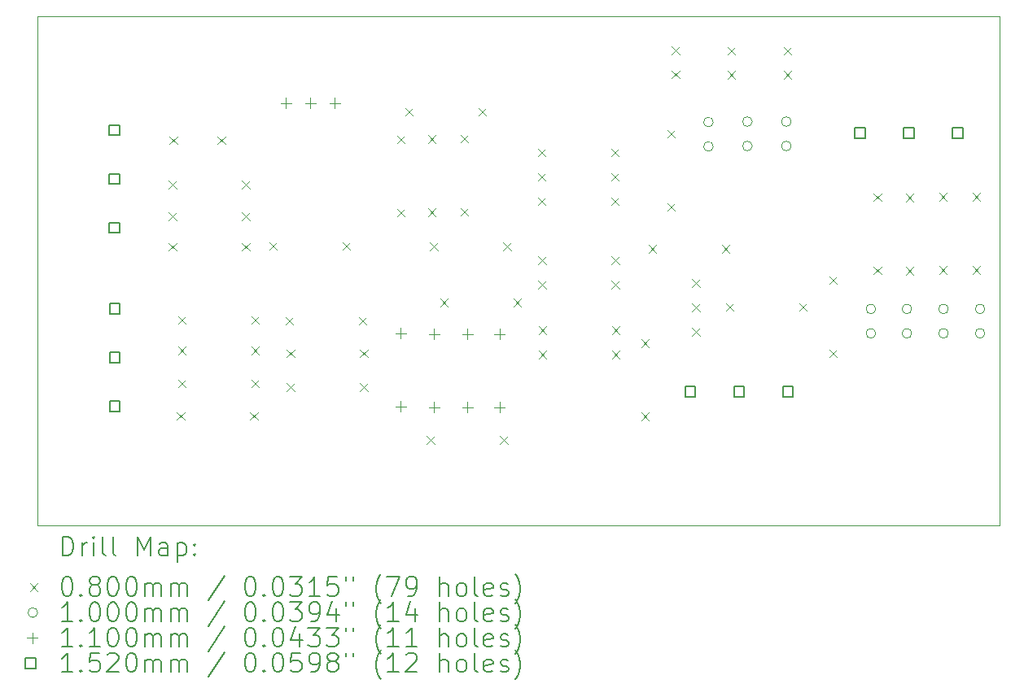
<source format=gbr>
%TF.GenerationSoftware,KiCad,Pcbnew,7.0.11+dfsg-1build4*%
%TF.CreationDate,2025-01-28T18:24:16-06:00*%
%TF.ProjectId,TriacControl,54726961-6343-46f6-9e74-726f6c2e6b69,rev?*%
%TF.SameCoordinates,Original*%
%TF.FileFunction,Drillmap*%
%TF.FilePolarity,Positive*%
%FSLAX45Y45*%
G04 Gerber Fmt 4.5, Leading zero omitted, Abs format (unit mm)*
G04 Created by KiCad (PCBNEW 7.0.11+dfsg-1build4) date 2025-01-28 18:24:16*
%MOMM*%
%LPD*%
G01*
G04 APERTURE LIST*
%ADD10C,0.050000*%
%ADD11C,0.200000*%
%ADD12C,0.100000*%
%ADD13C,0.110000*%
%ADD14C,0.152000*%
G04 APERTURE END LIST*
D10*
X15000000Y-10300000D02*
X5000000Y-10300000D01*
X15000000Y-5000000D02*
X15000000Y-10300000D01*
X5000000Y-5000000D02*
X15000000Y-5000000D01*
X5000000Y-10300000D02*
X5000000Y-5000000D01*
D11*
D12*
X6360000Y-6710000D02*
X6440000Y-6790000D01*
X6440000Y-6710000D02*
X6360000Y-6790000D01*
X6360000Y-7040000D02*
X6440000Y-7120000D01*
X6440000Y-7040000D02*
X6360000Y-7120000D01*
X6360000Y-7360000D02*
X6440000Y-7440000D01*
X6440000Y-7360000D02*
X6360000Y-7440000D01*
X6370000Y-6250000D02*
X6450000Y-6330000D01*
X6450000Y-6250000D02*
X6370000Y-6330000D01*
X6448000Y-9120000D02*
X6528000Y-9200000D01*
X6528000Y-9120000D02*
X6448000Y-9200000D01*
X6458000Y-8120000D02*
X6538000Y-8200000D01*
X6538000Y-8120000D02*
X6458000Y-8200000D01*
X6458000Y-8440000D02*
X6538000Y-8520000D01*
X6538000Y-8440000D02*
X6458000Y-8520000D01*
X6458000Y-8780000D02*
X6538000Y-8860000D01*
X6538000Y-8780000D02*
X6458000Y-8860000D01*
X6870000Y-6250000D02*
X6950000Y-6330000D01*
X6950000Y-6250000D02*
X6870000Y-6330000D01*
X7122000Y-6710000D02*
X7202000Y-6790000D01*
X7202000Y-6710000D02*
X7122000Y-6790000D01*
X7122000Y-7040000D02*
X7202000Y-7120000D01*
X7202000Y-7040000D02*
X7122000Y-7120000D01*
X7122000Y-7360000D02*
X7202000Y-7440000D01*
X7202000Y-7360000D02*
X7122000Y-7440000D01*
X7210000Y-9120000D02*
X7290000Y-9200000D01*
X7290000Y-9120000D02*
X7210000Y-9200000D01*
X7220000Y-8120000D02*
X7300000Y-8200000D01*
X7300000Y-8120000D02*
X7220000Y-8200000D01*
X7220000Y-8440000D02*
X7300000Y-8520000D01*
X7300000Y-8440000D02*
X7220000Y-8520000D01*
X7220000Y-8780000D02*
X7300000Y-8860000D01*
X7300000Y-8780000D02*
X7220000Y-8860000D01*
X7408000Y-7350000D02*
X7488000Y-7430000D01*
X7488000Y-7350000D02*
X7408000Y-7430000D01*
X7578000Y-8130000D02*
X7658000Y-8210000D01*
X7658000Y-8130000D02*
X7578000Y-8210000D01*
X7588000Y-8470000D02*
X7668000Y-8550000D01*
X7668000Y-8470000D02*
X7588000Y-8550000D01*
X7589000Y-8820000D02*
X7669000Y-8900000D01*
X7669000Y-8820000D02*
X7589000Y-8900000D01*
X8170000Y-7350000D02*
X8250000Y-7430000D01*
X8250000Y-7350000D02*
X8170000Y-7430000D01*
X8340000Y-8130000D02*
X8420000Y-8210000D01*
X8420000Y-8130000D02*
X8340000Y-8210000D01*
X8350000Y-8470000D02*
X8430000Y-8550000D01*
X8430000Y-8470000D02*
X8350000Y-8550000D01*
X8351000Y-8820000D02*
X8431000Y-8900000D01*
X8431000Y-8820000D02*
X8351000Y-8900000D01*
X8736000Y-6241000D02*
X8816000Y-6321000D01*
X8816000Y-6241000D02*
X8736000Y-6321000D01*
X8736000Y-7003000D02*
X8816000Y-7083000D01*
X8816000Y-7003000D02*
X8736000Y-7083000D01*
X8823000Y-5955000D02*
X8903000Y-6035000D01*
X8903000Y-5955000D02*
X8823000Y-6035000D01*
X9045000Y-9368000D02*
X9125000Y-9448000D01*
X9125000Y-9368000D02*
X9045000Y-9448000D01*
X9057000Y-6238000D02*
X9137000Y-6318000D01*
X9137000Y-6238000D02*
X9057000Y-6318000D01*
X9057000Y-7000000D02*
X9137000Y-7080000D01*
X9137000Y-7000000D02*
X9057000Y-7080000D01*
X9080000Y-7355000D02*
X9160000Y-7435000D01*
X9160000Y-7355000D02*
X9080000Y-7435000D01*
X9185000Y-7940000D02*
X9265000Y-8020000D01*
X9265000Y-7940000D02*
X9185000Y-8020000D01*
X9395000Y-6232000D02*
X9475000Y-6312000D01*
X9475000Y-6232000D02*
X9395000Y-6312000D01*
X9395000Y-6994000D02*
X9475000Y-7074000D01*
X9475000Y-6994000D02*
X9395000Y-7074000D01*
X9585000Y-5955000D02*
X9665000Y-6035000D01*
X9665000Y-5955000D02*
X9585000Y-6035000D01*
X9807000Y-9368000D02*
X9887000Y-9448000D01*
X9887000Y-9368000D02*
X9807000Y-9448000D01*
X9842000Y-7355000D02*
X9922000Y-7435000D01*
X9922000Y-7355000D02*
X9842000Y-7435000D01*
X9947000Y-7940000D02*
X10027000Y-8020000D01*
X10027000Y-7940000D02*
X9947000Y-8020000D01*
X10203000Y-6377000D02*
X10283000Y-6457000D01*
X10283000Y-6377000D02*
X10203000Y-6457000D01*
X10203000Y-6631000D02*
X10283000Y-6711000D01*
X10283000Y-6631000D02*
X10203000Y-6711000D01*
X10203000Y-6885000D02*
X10283000Y-6965000D01*
X10283000Y-6885000D02*
X10203000Y-6965000D01*
X10205000Y-7500000D02*
X10285000Y-7580000D01*
X10285000Y-7500000D02*
X10205000Y-7580000D01*
X10205000Y-7754000D02*
X10285000Y-7834000D01*
X10285000Y-7754000D02*
X10205000Y-7834000D01*
X10210000Y-8225000D02*
X10290000Y-8305000D01*
X10290000Y-8225000D02*
X10210000Y-8305000D01*
X10210000Y-8479000D02*
X10290000Y-8559000D01*
X10290000Y-8479000D02*
X10210000Y-8559000D01*
X10965000Y-6377000D02*
X11045000Y-6457000D01*
X11045000Y-6377000D02*
X10965000Y-6457000D01*
X10965000Y-6631000D02*
X11045000Y-6711000D01*
X11045000Y-6631000D02*
X10965000Y-6711000D01*
X10965000Y-6885000D02*
X11045000Y-6965000D01*
X11045000Y-6885000D02*
X10965000Y-6965000D01*
X10967000Y-7500000D02*
X11047000Y-7580000D01*
X11047000Y-7500000D02*
X10967000Y-7580000D01*
X10967000Y-7754000D02*
X11047000Y-7834000D01*
X11047000Y-7754000D02*
X10967000Y-7834000D01*
X10972000Y-8225000D02*
X11052000Y-8305000D01*
X11052000Y-8225000D02*
X10972000Y-8305000D01*
X10972000Y-8479000D02*
X11052000Y-8559000D01*
X11052000Y-8479000D02*
X10972000Y-8559000D01*
X11275000Y-8363000D02*
X11355000Y-8443000D01*
X11355000Y-8363000D02*
X11275000Y-8443000D01*
X11275000Y-9125000D02*
X11355000Y-9205000D01*
X11355000Y-9125000D02*
X11275000Y-9205000D01*
X11353000Y-7380000D02*
X11433000Y-7460000D01*
X11433000Y-7380000D02*
X11353000Y-7460000D01*
X11545000Y-6180000D02*
X11625000Y-6260000D01*
X11625000Y-6180000D02*
X11545000Y-6260000D01*
X11545000Y-6942000D02*
X11625000Y-7022000D01*
X11625000Y-6942000D02*
X11545000Y-7022000D01*
X11595000Y-5315000D02*
X11675000Y-5395000D01*
X11675000Y-5315000D02*
X11595000Y-5395000D01*
X11595000Y-5565000D02*
X11675000Y-5645000D01*
X11675000Y-5565000D02*
X11595000Y-5645000D01*
X11805000Y-7737000D02*
X11885000Y-7817000D01*
X11885000Y-7737000D02*
X11805000Y-7817000D01*
X11805000Y-7991000D02*
X11885000Y-8071000D01*
X11885000Y-7991000D02*
X11805000Y-8071000D01*
X11805000Y-8245000D02*
X11885000Y-8325000D01*
X11885000Y-8245000D02*
X11805000Y-8325000D01*
X12115000Y-7380000D02*
X12195000Y-7460000D01*
X12195000Y-7380000D02*
X12115000Y-7460000D01*
X12158000Y-7985000D02*
X12238000Y-8065000D01*
X12238000Y-7985000D02*
X12158000Y-8065000D01*
X12175000Y-5320000D02*
X12255000Y-5400000D01*
X12255000Y-5320000D02*
X12175000Y-5400000D01*
X12175000Y-5570000D02*
X12255000Y-5650000D01*
X12255000Y-5570000D02*
X12175000Y-5650000D01*
X12760000Y-5320000D02*
X12840000Y-5400000D01*
X12840000Y-5320000D02*
X12760000Y-5400000D01*
X12760000Y-5570000D02*
X12840000Y-5650000D01*
X12840000Y-5570000D02*
X12760000Y-5650000D01*
X12920000Y-7985000D02*
X13000000Y-8065000D01*
X13000000Y-7985000D02*
X12920000Y-8065000D01*
X13230000Y-7705000D02*
X13310000Y-7785000D01*
X13310000Y-7705000D02*
X13230000Y-7785000D01*
X13230000Y-8467000D02*
X13310000Y-8547000D01*
X13310000Y-8467000D02*
X13230000Y-8547000D01*
X13695000Y-6843000D02*
X13775000Y-6923000D01*
X13775000Y-6843000D02*
X13695000Y-6923000D01*
X13695000Y-7605000D02*
X13775000Y-7685000D01*
X13775000Y-7605000D02*
X13695000Y-7685000D01*
X14030000Y-6845000D02*
X14110000Y-6925000D01*
X14110000Y-6845000D02*
X14030000Y-6925000D01*
X14030000Y-7607000D02*
X14110000Y-7687000D01*
X14110000Y-7607000D02*
X14030000Y-7687000D01*
X14375000Y-6840000D02*
X14455000Y-6920000D01*
X14455000Y-6840000D02*
X14375000Y-6920000D01*
X14375000Y-7602000D02*
X14455000Y-7682000D01*
X14455000Y-7602000D02*
X14375000Y-7682000D01*
X14720000Y-6840000D02*
X14800000Y-6920000D01*
X14800000Y-6840000D02*
X14720000Y-6920000D01*
X14720000Y-7602000D02*
X14800000Y-7682000D01*
X14800000Y-7602000D02*
X14720000Y-7682000D01*
X12025000Y-6100000D02*
G75*
G03*
X11925000Y-6100000I-50000J0D01*
G01*
X11925000Y-6100000D02*
G75*
G03*
X12025000Y-6100000I50000J0D01*
G01*
X12025000Y-6354000D02*
G75*
G03*
X11925000Y-6354000I-50000J0D01*
G01*
X11925000Y-6354000D02*
G75*
G03*
X12025000Y-6354000I50000J0D01*
G01*
X12430000Y-6095000D02*
G75*
G03*
X12330000Y-6095000I-50000J0D01*
G01*
X12330000Y-6095000D02*
G75*
G03*
X12430000Y-6095000I50000J0D01*
G01*
X12430000Y-6349000D02*
G75*
G03*
X12330000Y-6349000I-50000J0D01*
G01*
X12330000Y-6349000D02*
G75*
G03*
X12430000Y-6349000I50000J0D01*
G01*
X12835000Y-6095000D02*
G75*
G03*
X12735000Y-6095000I-50000J0D01*
G01*
X12735000Y-6095000D02*
G75*
G03*
X12835000Y-6095000I50000J0D01*
G01*
X12835000Y-6349000D02*
G75*
G03*
X12735000Y-6349000I-50000J0D01*
G01*
X12735000Y-6349000D02*
G75*
G03*
X12835000Y-6349000I50000J0D01*
G01*
X13715000Y-8045000D02*
G75*
G03*
X13615000Y-8045000I-50000J0D01*
G01*
X13615000Y-8045000D02*
G75*
G03*
X13715000Y-8045000I50000J0D01*
G01*
X13715000Y-8299000D02*
G75*
G03*
X13615000Y-8299000I-50000J0D01*
G01*
X13615000Y-8299000D02*
G75*
G03*
X13715000Y-8299000I50000J0D01*
G01*
X14090000Y-8045000D02*
G75*
G03*
X13990000Y-8045000I-50000J0D01*
G01*
X13990000Y-8045000D02*
G75*
G03*
X14090000Y-8045000I50000J0D01*
G01*
X14090000Y-8299000D02*
G75*
G03*
X13990000Y-8299000I-50000J0D01*
G01*
X13990000Y-8299000D02*
G75*
G03*
X14090000Y-8299000I50000J0D01*
G01*
X14470000Y-8045000D02*
G75*
G03*
X14370000Y-8045000I-50000J0D01*
G01*
X14370000Y-8045000D02*
G75*
G03*
X14470000Y-8045000I50000J0D01*
G01*
X14470000Y-8299000D02*
G75*
G03*
X14370000Y-8299000I-50000J0D01*
G01*
X14370000Y-8299000D02*
G75*
G03*
X14470000Y-8299000I50000J0D01*
G01*
X14850000Y-8045000D02*
G75*
G03*
X14750000Y-8045000I-50000J0D01*
G01*
X14750000Y-8045000D02*
G75*
G03*
X14850000Y-8045000I50000J0D01*
G01*
X14850000Y-8299000D02*
G75*
G03*
X14750000Y-8299000I-50000J0D01*
G01*
X14750000Y-8299000D02*
G75*
G03*
X14850000Y-8299000I50000J0D01*
G01*
D13*
X7580000Y-5846000D02*
X7580000Y-5956000D01*
X7525000Y-5901000D02*
X7635000Y-5901000D01*
X7834000Y-5846000D02*
X7834000Y-5956000D01*
X7779000Y-5901000D02*
X7889000Y-5901000D01*
X8088000Y-5846000D02*
X8088000Y-5956000D01*
X8033000Y-5901000D02*
X8143000Y-5901000D01*
X8775000Y-8243000D02*
X8775000Y-8353000D01*
X8720000Y-8298000D02*
X8830000Y-8298000D01*
X8775000Y-9005000D02*
X8775000Y-9115000D01*
X8720000Y-9060000D02*
X8830000Y-9060000D01*
X9120000Y-8250000D02*
X9120000Y-8360000D01*
X9065000Y-8305000D02*
X9175000Y-8305000D01*
X9120000Y-9012000D02*
X9120000Y-9122000D01*
X9065000Y-9067000D02*
X9175000Y-9067000D01*
X9470000Y-8250000D02*
X9470000Y-8360000D01*
X9415000Y-8305000D02*
X9525000Y-8305000D01*
X9470000Y-9012000D02*
X9470000Y-9122000D01*
X9415000Y-9067000D02*
X9525000Y-9067000D01*
X9805000Y-8253000D02*
X9805000Y-8363000D01*
X9750000Y-8308000D02*
X9860000Y-8308000D01*
X9805000Y-9015000D02*
X9805000Y-9125000D01*
X9750000Y-9070000D02*
X9860000Y-9070000D01*
D14*
X5848741Y-6238741D02*
X5848741Y-6131259D01*
X5741259Y-6131259D01*
X5741259Y-6238741D01*
X5848741Y-6238741D01*
X5848741Y-6746741D02*
X5848741Y-6639259D01*
X5741259Y-6639259D01*
X5741259Y-6746741D01*
X5848741Y-6746741D01*
X5848741Y-7254741D02*
X5848741Y-7147259D01*
X5741259Y-7147259D01*
X5741259Y-7254741D01*
X5848741Y-7254741D01*
X5853741Y-8093741D02*
X5853741Y-7986259D01*
X5746259Y-7986259D01*
X5746259Y-8093741D01*
X5853741Y-8093741D01*
X5853741Y-8601741D02*
X5853741Y-8494259D01*
X5746259Y-8494259D01*
X5746259Y-8601741D01*
X5853741Y-8601741D01*
X5853741Y-9109741D02*
X5853741Y-9002259D01*
X5746259Y-9002259D01*
X5746259Y-9109741D01*
X5853741Y-9109741D01*
X11838741Y-8958741D02*
X11838741Y-8851259D01*
X11731259Y-8851259D01*
X11731259Y-8958741D01*
X11838741Y-8958741D01*
X12346741Y-8958741D02*
X12346741Y-8851259D01*
X12239259Y-8851259D01*
X12239259Y-8958741D01*
X12346741Y-8958741D01*
X12854741Y-8958741D02*
X12854741Y-8851259D01*
X12747259Y-8851259D01*
X12747259Y-8958741D01*
X12854741Y-8958741D01*
X13602741Y-6268741D02*
X13602741Y-6161259D01*
X13495259Y-6161259D01*
X13495259Y-6268741D01*
X13602741Y-6268741D01*
X14110741Y-6268741D02*
X14110741Y-6161259D01*
X14003259Y-6161259D01*
X14003259Y-6268741D01*
X14110741Y-6268741D01*
X14618741Y-6268741D02*
X14618741Y-6161259D01*
X14511259Y-6161259D01*
X14511259Y-6268741D01*
X14618741Y-6268741D01*
D11*
X5258277Y-10613984D02*
X5258277Y-10413984D01*
X5258277Y-10413984D02*
X5305896Y-10413984D01*
X5305896Y-10413984D02*
X5334467Y-10423508D01*
X5334467Y-10423508D02*
X5353515Y-10442555D01*
X5353515Y-10442555D02*
X5363039Y-10461603D01*
X5363039Y-10461603D02*
X5372563Y-10499698D01*
X5372563Y-10499698D02*
X5372563Y-10528270D01*
X5372563Y-10528270D02*
X5363039Y-10566365D01*
X5363039Y-10566365D02*
X5353515Y-10585412D01*
X5353515Y-10585412D02*
X5334467Y-10604460D01*
X5334467Y-10604460D02*
X5305896Y-10613984D01*
X5305896Y-10613984D02*
X5258277Y-10613984D01*
X5458277Y-10613984D02*
X5458277Y-10480650D01*
X5458277Y-10518746D02*
X5467801Y-10499698D01*
X5467801Y-10499698D02*
X5477324Y-10490174D01*
X5477324Y-10490174D02*
X5496372Y-10480650D01*
X5496372Y-10480650D02*
X5515420Y-10480650D01*
X5582086Y-10613984D02*
X5582086Y-10480650D01*
X5582086Y-10413984D02*
X5572563Y-10423508D01*
X5572563Y-10423508D02*
X5582086Y-10433031D01*
X5582086Y-10433031D02*
X5591610Y-10423508D01*
X5591610Y-10423508D02*
X5582086Y-10413984D01*
X5582086Y-10413984D02*
X5582086Y-10433031D01*
X5705896Y-10613984D02*
X5686848Y-10604460D01*
X5686848Y-10604460D02*
X5677324Y-10585412D01*
X5677324Y-10585412D02*
X5677324Y-10413984D01*
X5810658Y-10613984D02*
X5791610Y-10604460D01*
X5791610Y-10604460D02*
X5782086Y-10585412D01*
X5782086Y-10585412D02*
X5782086Y-10413984D01*
X6039229Y-10613984D02*
X6039229Y-10413984D01*
X6039229Y-10413984D02*
X6105896Y-10556841D01*
X6105896Y-10556841D02*
X6172562Y-10413984D01*
X6172562Y-10413984D02*
X6172562Y-10613984D01*
X6353515Y-10613984D02*
X6353515Y-10509222D01*
X6353515Y-10509222D02*
X6343991Y-10490174D01*
X6343991Y-10490174D02*
X6324943Y-10480650D01*
X6324943Y-10480650D02*
X6286848Y-10480650D01*
X6286848Y-10480650D02*
X6267801Y-10490174D01*
X6353515Y-10604460D02*
X6334467Y-10613984D01*
X6334467Y-10613984D02*
X6286848Y-10613984D01*
X6286848Y-10613984D02*
X6267801Y-10604460D01*
X6267801Y-10604460D02*
X6258277Y-10585412D01*
X6258277Y-10585412D02*
X6258277Y-10566365D01*
X6258277Y-10566365D02*
X6267801Y-10547317D01*
X6267801Y-10547317D02*
X6286848Y-10537793D01*
X6286848Y-10537793D02*
X6334467Y-10537793D01*
X6334467Y-10537793D02*
X6353515Y-10528270D01*
X6448753Y-10480650D02*
X6448753Y-10680650D01*
X6448753Y-10490174D02*
X6467801Y-10480650D01*
X6467801Y-10480650D02*
X6505896Y-10480650D01*
X6505896Y-10480650D02*
X6524943Y-10490174D01*
X6524943Y-10490174D02*
X6534467Y-10499698D01*
X6534467Y-10499698D02*
X6543991Y-10518746D01*
X6543991Y-10518746D02*
X6543991Y-10575889D01*
X6543991Y-10575889D02*
X6534467Y-10594936D01*
X6534467Y-10594936D02*
X6524943Y-10604460D01*
X6524943Y-10604460D02*
X6505896Y-10613984D01*
X6505896Y-10613984D02*
X6467801Y-10613984D01*
X6467801Y-10613984D02*
X6448753Y-10604460D01*
X6629705Y-10594936D02*
X6639229Y-10604460D01*
X6639229Y-10604460D02*
X6629705Y-10613984D01*
X6629705Y-10613984D02*
X6620182Y-10604460D01*
X6620182Y-10604460D02*
X6629705Y-10594936D01*
X6629705Y-10594936D02*
X6629705Y-10613984D01*
X6629705Y-10490174D02*
X6639229Y-10499698D01*
X6639229Y-10499698D02*
X6629705Y-10509222D01*
X6629705Y-10509222D02*
X6620182Y-10499698D01*
X6620182Y-10499698D02*
X6629705Y-10490174D01*
X6629705Y-10490174D02*
X6629705Y-10509222D01*
D12*
X4917500Y-10902500D02*
X4997500Y-10982500D01*
X4997500Y-10902500D02*
X4917500Y-10982500D01*
D11*
X5296372Y-10833984D02*
X5315420Y-10833984D01*
X5315420Y-10833984D02*
X5334467Y-10843508D01*
X5334467Y-10843508D02*
X5343991Y-10853031D01*
X5343991Y-10853031D02*
X5353515Y-10872079D01*
X5353515Y-10872079D02*
X5363039Y-10910174D01*
X5363039Y-10910174D02*
X5363039Y-10957793D01*
X5363039Y-10957793D02*
X5353515Y-10995889D01*
X5353515Y-10995889D02*
X5343991Y-11014936D01*
X5343991Y-11014936D02*
X5334467Y-11024460D01*
X5334467Y-11024460D02*
X5315420Y-11033984D01*
X5315420Y-11033984D02*
X5296372Y-11033984D01*
X5296372Y-11033984D02*
X5277324Y-11024460D01*
X5277324Y-11024460D02*
X5267801Y-11014936D01*
X5267801Y-11014936D02*
X5258277Y-10995889D01*
X5258277Y-10995889D02*
X5248753Y-10957793D01*
X5248753Y-10957793D02*
X5248753Y-10910174D01*
X5248753Y-10910174D02*
X5258277Y-10872079D01*
X5258277Y-10872079D02*
X5267801Y-10853031D01*
X5267801Y-10853031D02*
X5277324Y-10843508D01*
X5277324Y-10843508D02*
X5296372Y-10833984D01*
X5448753Y-11014936D02*
X5458277Y-11024460D01*
X5458277Y-11024460D02*
X5448753Y-11033984D01*
X5448753Y-11033984D02*
X5439229Y-11024460D01*
X5439229Y-11024460D02*
X5448753Y-11014936D01*
X5448753Y-11014936D02*
X5448753Y-11033984D01*
X5572563Y-10919698D02*
X5553515Y-10910174D01*
X5553515Y-10910174D02*
X5543991Y-10900650D01*
X5543991Y-10900650D02*
X5534467Y-10881603D01*
X5534467Y-10881603D02*
X5534467Y-10872079D01*
X5534467Y-10872079D02*
X5543991Y-10853031D01*
X5543991Y-10853031D02*
X5553515Y-10843508D01*
X5553515Y-10843508D02*
X5572563Y-10833984D01*
X5572563Y-10833984D02*
X5610658Y-10833984D01*
X5610658Y-10833984D02*
X5629705Y-10843508D01*
X5629705Y-10843508D02*
X5639229Y-10853031D01*
X5639229Y-10853031D02*
X5648753Y-10872079D01*
X5648753Y-10872079D02*
X5648753Y-10881603D01*
X5648753Y-10881603D02*
X5639229Y-10900650D01*
X5639229Y-10900650D02*
X5629705Y-10910174D01*
X5629705Y-10910174D02*
X5610658Y-10919698D01*
X5610658Y-10919698D02*
X5572563Y-10919698D01*
X5572563Y-10919698D02*
X5553515Y-10929222D01*
X5553515Y-10929222D02*
X5543991Y-10938746D01*
X5543991Y-10938746D02*
X5534467Y-10957793D01*
X5534467Y-10957793D02*
X5534467Y-10995889D01*
X5534467Y-10995889D02*
X5543991Y-11014936D01*
X5543991Y-11014936D02*
X5553515Y-11024460D01*
X5553515Y-11024460D02*
X5572563Y-11033984D01*
X5572563Y-11033984D02*
X5610658Y-11033984D01*
X5610658Y-11033984D02*
X5629705Y-11024460D01*
X5629705Y-11024460D02*
X5639229Y-11014936D01*
X5639229Y-11014936D02*
X5648753Y-10995889D01*
X5648753Y-10995889D02*
X5648753Y-10957793D01*
X5648753Y-10957793D02*
X5639229Y-10938746D01*
X5639229Y-10938746D02*
X5629705Y-10929222D01*
X5629705Y-10929222D02*
X5610658Y-10919698D01*
X5772562Y-10833984D02*
X5791610Y-10833984D01*
X5791610Y-10833984D02*
X5810658Y-10843508D01*
X5810658Y-10843508D02*
X5820182Y-10853031D01*
X5820182Y-10853031D02*
X5829705Y-10872079D01*
X5829705Y-10872079D02*
X5839229Y-10910174D01*
X5839229Y-10910174D02*
X5839229Y-10957793D01*
X5839229Y-10957793D02*
X5829705Y-10995889D01*
X5829705Y-10995889D02*
X5820182Y-11014936D01*
X5820182Y-11014936D02*
X5810658Y-11024460D01*
X5810658Y-11024460D02*
X5791610Y-11033984D01*
X5791610Y-11033984D02*
X5772562Y-11033984D01*
X5772562Y-11033984D02*
X5753515Y-11024460D01*
X5753515Y-11024460D02*
X5743991Y-11014936D01*
X5743991Y-11014936D02*
X5734467Y-10995889D01*
X5734467Y-10995889D02*
X5724943Y-10957793D01*
X5724943Y-10957793D02*
X5724943Y-10910174D01*
X5724943Y-10910174D02*
X5734467Y-10872079D01*
X5734467Y-10872079D02*
X5743991Y-10853031D01*
X5743991Y-10853031D02*
X5753515Y-10843508D01*
X5753515Y-10843508D02*
X5772562Y-10833984D01*
X5963039Y-10833984D02*
X5982086Y-10833984D01*
X5982086Y-10833984D02*
X6001134Y-10843508D01*
X6001134Y-10843508D02*
X6010658Y-10853031D01*
X6010658Y-10853031D02*
X6020182Y-10872079D01*
X6020182Y-10872079D02*
X6029705Y-10910174D01*
X6029705Y-10910174D02*
X6029705Y-10957793D01*
X6029705Y-10957793D02*
X6020182Y-10995889D01*
X6020182Y-10995889D02*
X6010658Y-11014936D01*
X6010658Y-11014936D02*
X6001134Y-11024460D01*
X6001134Y-11024460D02*
X5982086Y-11033984D01*
X5982086Y-11033984D02*
X5963039Y-11033984D01*
X5963039Y-11033984D02*
X5943991Y-11024460D01*
X5943991Y-11024460D02*
X5934467Y-11014936D01*
X5934467Y-11014936D02*
X5924943Y-10995889D01*
X5924943Y-10995889D02*
X5915420Y-10957793D01*
X5915420Y-10957793D02*
X5915420Y-10910174D01*
X5915420Y-10910174D02*
X5924943Y-10872079D01*
X5924943Y-10872079D02*
X5934467Y-10853031D01*
X5934467Y-10853031D02*
X5943991Y-10843508D01*
X5943991Y-10843508D02*
X5963039Y-10833984D01*
X6115420Y-11033984D02*
X6115420Y-10900650D01*
X6115420Y-10919698D02*
X6124943Y-10910174D01*
X6124943Y-10910174D02*
X6143991Y-10900650D01*
X6143991Y-10900650D02*
X6172563Y-10900650D01*
X6172563Y-10900650D02*
X6191610Y-10910174D01*
X6191610Y-10910174D02*
X6201134Y-10929222D01*
X6201134Y-10929222D02*
X6201134Y-11033984D01*
X6201134Y-10929222D02*
X6210658Y-10910174D01*
X6210658Y-10910174D02*
X6229705Y-10900650D01*
X6229705Y-10900650D02*
X6258277Y-10900650D01*
X6258277Y-10900650D02*
X6277324Y-10910174D01*
X6277324Y-10910174D02*
X6286848Y-10929222D01*
X6286848Y-10929222D02*
X6286848Y-11033984D01*
X6382086Y-11033984D02*
X6382086Y-10900650D01*
X6382086Y-10919698D02*
X6391610Y-10910174D01*
X6391610Y-10910174D02*
X6410658Y-10900650D01*
X6410658Y-10900650D02*
X6439229Y-10900650D01*
X6439229Y-10900650D02*
X6458277Y-10910174D01*
X6458277Y-10910174D02*
X6467801Y-10929222D01*
X6467801Y-10929222D02*
X6467801Y-11033984D01*
X6467801Y-10929222D02*
X6477324Y-10910174D01*
X6477324Y-10910174D02*
X6496372Y-10900650D01*
X6496372Y-10900650D02*
X6524943Y-10900650D01*
X6524943Y-10900650D02*
X6543991Y-10910174D01*
X6543991Y-10910174D02*
X6553515Y-10929222D01*
X6553515Y-10929222D02*
X6553515Y-11033984D01*
X6943991Y-10824460D02*
X6772563Y-11081603D01*
X7201134Y-10833984D02*
X7220182Y-10833984D01*
X7220182Y-10833984D02*
X7239229Y-10843508D01*
X7239229Y-10843508D02*
X7248753Y-10853031D01*
X7248753Y-10853031D02*
X7258277Y-10872079D01*
X7258277Y-10872079D02*
X7267801Y-10910174D01*
X7267801Y-10910174D02*
X7267801Y-10957793D01*
X7267801Y-10957793D02*
X7258277Y-10995889D01*
X7258277Y-10995889D02*
X7248753Y-11014936D01*
X7248753Y-11014936D02*
X7239229Y-11024460D01*
X7239229Y-11024460D02*
X7220182Y-11033984D01*
X7220182Y-11033984D02*
X7201134Y-11033984D01*
X7201134Y-11033984D02*
X7182086Y-11024460D01*
X7182086Y-11024460D02*
X7172563Y-11014936D01*
X7172563Y-11014936D02*
X7163039Y-10995889D01*
X7163039Y-10995889D02*
X7153515Y-10957793D01*
X7153515Y-10957793D02*
X7153515Y-10910174D01*
X7153515Y-10910174D02*
X7163039Y-10872079D01*
X7163039Y-10872079D02*
X7172563Y-10853031D01*
X7172563Y-10853031D02*
X7182086Y-10843508D01*
X7182086Y-10843508D02*
X7201134Y-10833984D01*
X7353515Y-11014936D02*
X7363039Y-11024460D01*
X7363039Y-11024460D02*
X7353515Y-11033984D01*
X7353515Y-11033984D02*
X7343991Y-11024460D01*
X7343991Y-11024460D02*
X7353515Y-11014936D01*
X7353515Y-11014936D02*
X7353515Y-11033984D01*
X7486848Y-10833984D02*
X7505896Y-10833984D01*
X7505896Y-10833984D02*
X7524944Y-10843508D01*
X7524944Y-10843508D02*
X7534467Y-10853031D01*
X7534467Y-10853031D02*
X7543991Y-10872079D01*
X7543991Y-10872079D02*
X7553515Y-10910174D01*
X7553515Y-10910174D02*
X7553515Y-10957793D01*
X7553515Y-10957793D02*
X7543991Y-10995889D01*
X7543991Y-10995889D02*
X7534467Y-11014936D01*
X7534467Y-11014936D02*
X7524944Y-11024460D01*
X7524944Y-11024460D02*
X7505896Y-11033984D01*
X7505896Y-11033984D02*
X7486848Y-11033984D01*
X7486848Y-11033984D02*
X7467801Y-11024460D01*
X7467801Y-11024460D02*
X7458277Y-11014936D01*
X7458277Y-11014936D02*
X7448753Y-10995889D01*
X7448753Y-10995889D02*
X7439229Y-10957793D01*
X7439229Y-10957793D02*
X7439229Y-10910174D01*
X7439229Y-10910174D02*
X7448753Y-10872079D01*
X7448753Y-10872079D02*
X7458277Y-10853031D01*
X7458277Y-10853031D02*
X7467801Y-10843508D01*
X7467801Y-10843508D02*
X7486848Y-10833984D01*
X7620182Y-10833984D02*
X7743991Y-10833984D01*
X7743991Y-10833984D02*
X7677325Y-10910174D01*
X7677325Y-10910174D02*
X7705896Y-10910174D01*
X7705896Y-10910174D02*
X7724944Y-10919698D01*
X7724944Y-10919698D02*
X7734467Y-10929222D01*
X7734467Y-10929222D02*
X7743991Y-10948270D01*
X7743991Y-10948270D02*
X7743991Y-10995889D01*
X7743991Y-10995889D02*
X7734467Y-11014936D01*
X7734467Y-11014936D02*
X7724944Y-11024460D01*
X7724944Y-11024460D02*
X7705896Y-11033984D01*
X7705896Y-11033984D02*
X7648753Y-11033984D01*
X7648753Y-11033984D02*
X7629706Y-11024460D01*
X7629706Y-11024460D02*
X7620182Y-11014936D01*
X7934467Y-11033984D02*
X7820182Y-11033984D01*
X7877325Y-11033984D02*
X7877325Y-10833984D01*
X7877325Y-10833984D02*
X7858277Y-10862555D01*
X7858277Y-10862555D02*
X7839229Y-10881603D01*
X7839229Y-10881603D02*
X7820182Y-10891127D01*
X8115420Y-10833984D02*
X8020182Y-10833984D01*
X8020182Y-10833984D02*
X8010658Y-10929222D01*
X8010658Y-10929222D02*
X8020182Y-10919698D01*
X8020182Y-10919698D02*
X8039229Y-10910174D01*
X8039229Y-10910174D02*
X8086848Y-10910174D01*
X8086848Y-10910174D02*
X8105896Y-10919698D01*
X8105896Y-10919698D02*
X8115420Y-10929222D01*
X8115420Y-10929222D02*
X8124944Y-10948270D01*
X8124944Y-10948270D02*
X8124944Y-10995889D01*
X8124944Y-10995889D02*
X8115420Y-11014936D01*
X8115420Y-11014936D02*
X8105896Y-11024460D01*
X8105896Y-11024460D02*
X8086848Y-11033984D01*
X8086848Y-11033984D02*
X8039229Y-11033984D01*
X8039229Y-11033984D02*
X8020182Y-11024460D01*
X8020182Y-11024460D02*
X8010658Y-11014936D01*
X8201134Y-10833984D02*
X8201134Y-10872079D01*
X8277325Y-10833984D02*
X8277325Y-10872079D01*
X8572563Y-11110174D02*
X8563039Y-11100650D01*
X8563039Y-11100650D02*
X8543991Y-11072079D01*
X8543991Y-11072079D02*
X8534468Y-11053031D01*
X8534468Y-11053031D02*
X8524944Y-11024460D01*
X8524944Y-11024460D02*
X8515420Y-10976841D01*
X8515420Y-10976841D02*
X8515420Y-10938746D01*
X8515420Y-10938746D02*
X8524944Y-10891127D01*
X8524944Y-10891127D02*
X8534468Y-10862555D01*
X8534468Y-10862555D02*
X8543991Y-10843508D01*
X8543991Y-10843508D02*
X8563039Y-10814936D01*
X8563039Y-10814936D02*
X8572563Y-10805412D01*
X8629706Y-10833984D02*
X8763039Y-10833984D01*
X8763039Y-10833984D02*
X8677325Y-11033984D01*
X8848753Y-11033984D02*
X8886849Y-11033984D01*
X8886849Y-11033984D02*
X8905896Y-11024460D01*
X8905896Y-11024460D02*
X8915420Y-11014936D01*
X8915420Y-11014936D02*
X8934468Y-10986365D01*
X8934468Y-10986365D02*
X8943991Y-10948270D01*
X8943991Y-10948270D02*
X8943991Y-10872079D01*
X8943991Y-10872079D02*
X8934468Y-10853031D01*
X8934468Y-10853031D02*
X8924944Y-10843508D01*
X8924944Y-10843508D02*
X8905896Y-10833984D01*
X8905896Y-10833984D02*
X8867801Y-10833984D01*
X8867801Y-10833984D02*
X8848753Y-10843508D01*
X8848753Y-10843508D02*
X8839230Y-10853031D01*
X8839230Y-10853031D02*
X8829706Y-10872079D01*
X8829706Y-10872079D02*
X8829706Y-10919698D01*
X8829706Y-10919698D02*
X8839230Y-10938746D01*
X8839230Y-10938746D02*
X8848753Y-10948270D01*
X8848753Y-10948270D02*
X8867801Y-10957793D01*
X8867801Y-10957793D02*
X8905896Y-10957793D01*
X8905896Y-10957793D02*
X8924944Y-10948270D01*
X8924944Y-10948270D02*
X8934468Y-10938746D01*
X8934468Y-10938746D02*
X8943991Y-10919698D01*
X9182087Y-11033984D02*
X9182087Y-10833984D01*
X9267801Y-11033984D02*
X9267801Y-10929222D01*
X9267801Y-10929222D02*
X9258277Y-10910174D01*
X9258277Y-10910174D02*
X9239230Y-10900650D01*
X9239230Y-10900650D02*
X9210658Y-10900650D01*
X9210658Y-10900650D02*
X9191611Y-10910174D01*
X9191611Y-10910174D02*
X9182087Y-10919698D01*
X9391611Y-11033984D02*
X9372563Y-11024460D01*
X9372563Y-11024460D02*
X9363039Y-11014936D01*
X9363039Y-11014936D02*
X9353515Y-10995889D01*
X9353515Y-10995889D02*
X9353515Y-10938746D01*
X9353515Y-10938746D02*
X9363039Y-10919698D01*
X9363039Y-10919698D02*
X9372563Y-10910174D01*
X9372563Y-10910174D02*
X9391611Y-10900650D01*
X9391611Y-10900650D02*
X9420182Y-10900650D01*
X9420182Y-10900650D02*
X9439230Y-10910174D01*
X9439230Y-10910174D02*
X9448753Y-10919698D01*
X9448753Y-10919698D02*
X9458277Y-10938746D01*
X9458277Y-10938746D02*
X9458277Y-10995889D01*
X9458277Y-10995889D02*
X9448753Y-11014936D01*
X9448753Y-11014936D02*
X9439230Y-11024460D01*
X9439230Y-11024460D02*
X9420182Y-11033984D01*
X9420182Y-11033984D02*
X9391611Y-11033984D01*
X9572563Y-11033984D02*
X9553515Y-11024460D01*
X9553515Y-11024460D02*
X9543992Y-11005412D01*
X9543992Y-11005412D02*
X9543992Y-10833984D01*
X9724944Y-11024460D02*
X9705896Y-11033984D01*
X9705896Y-11033984D02*
X9667801Y-11033984D01*
X9667801Y-11033984D02*
X9648753Y-11024460D01*
X9648753Y-11024460D02*
X9639230Y-11005412D01*
X9639230Y-11005412D02*
X9639230Y-10929222D01*
X9639230Y-10929222D02*
X9648753Y-10910174D01*
X9648753Y-10910174D02*
X9667801Y-10900650D01*
X9667801Y-10900650D02*
X9705896Y-10900650D01*
X9705896Y-10900650D02*
X9724944Y-10910174D01*
X9724944Y-10910174D02*
X9734468Y-10929222D01*
X9734468Y-10929222D02*
X9734468Y-10948270D01*
X9734468Y-10948270D02*
X9639230Y-10967317D01*
X9810658Y-11024460D02*
X9829706Y-11033984D01*
X9829706Y-11033984D02*
X9867801Y-11033984D01*
X9867801Y-11033984D02*
X9886849Y-11024460D01*
X9886849Y-11024460D02*
X9896373Y-11005412D01*
X9896373Y-11005412D02*
X9896373Y-10995889D01*
X9896373Y-10995889D02*
X9886849Y-10976841D01*
X9886849Y-10976841D02*
X9867801Y-10967317D01*
X9867801Y-10967317D02*
X9839230Y-10967317D01*
X9839230Y-10967317D02*
X9820182Y-10957793D01*
X9820182Y-10957793D02*
X9810658Y-10938746D01*
X9810658Y-10938746D02*
X9810658Y-10929222D01*
X9810658Y-10929222D02*
X9820182Y-10910174D01*
X9820182Y-10910174D02*
X9839230Y-10900650D01*
X9839230Y-10900650D02*
X9867801Y-10900650D01*
X9867801Y-10900650D02*
X9886849Y-10910174D01*
X9963039Y-11110174D02*
X9972563Y-11100650D01*
X9972563Y-11100650D02*
X9991611Y-11072079D01*
X9991611Y-11072079D02*
X10001134Y-11053031D01*
X10001134Y-11053031D02*
X10010658Y-11024460D01*
X10010658Y-11024460D02*
X10020182Y-10976841D01*
X10020182Y-10976841D02*
X10020182Y-10938746D01*
X10020182Y-10938746D02*
X10010658Y-10891127D01*
X10010658Y-10891127D02*
X10001134Y-10862555D01*
X10001134Y-10862555D02*
X9991611Y-10843508D01*
X9991611Y-10843508D02*
X9972563Y-10814936D01*
X9972563Y-10814936D02*
X9963039Y-10805412D01*
D12*
X4997500Y-11206500D02*
G75*
G03*
X4897500Y-11206500I-50000J0D01*
G01*
X4897500Y-11206500D02*
G75*
G03*
X4997500Y-11206500I50000J0D01*
G01*
D11*
X5363039Y-11297984D02*
X5248753Y-11297984D01*
X5305896Y-11297984D02*
X5305896Y-11097984D01*
X5305896Y-11097984D02*
X5286848Y-11126555D01*
X5286848Y-11126555D02*
X5267801Y-11145603D01*
X5267801Y-11145603D02*
X5248753Y-11155127D01*
X5448753Y-11278936D02*
X5458277Y-11288460D01*
X5458277Y-11288460D02*
X5448753Y-11297984D01*
X5448753Y-11297984D02*
X5439229Y-11288460D01*
X5439229Y-11288460D02*
X5448753Y-11278936D01*
X5448753Y-11278936D02*
X5448753Y-11297984D01*
X5582086Y-11097984D02*
X5601134Y-11097984D01*
X5601134Y-11097984D02*
X5620182Y-11107508D01*
X5620182Y-11107508D02*
X5629705Y-11117031D01*
X5629705Y-11117031D02*
X5639229Y-11136079D01*
X5639229Y-11136079D02*
X5648753Y-11174174D01*
X5648753Y-11174174D02*
X5648753Y-11221793D01*
X5648753Y-11221793D02*
X5639229Y-11259888D01*
X5639229Y-11259888D02*
X5629705Y-11278936D01*
X5629705Y-11278936D02*
X5620182Y-11288460D01*
X5620182Y-11288460D02*
X5601134Y-11297984D01*
X5601134Y-11297984D02*
X5582086Y-11297984D01*
X5582086Y-11297984D02*
X5563039Y-11288460D01*
X5563039Y-11288460D02*
X5553515Y-11278936D01*
X5553515Y-11278936D02*
X5543991Y-11259888D01*
X5543991Y-11259888D02*
X5534467Y-11221793D01*
X5534467Y-11221793D02*
X5534467Y-11174174D01*
X5534467Y-11174174D02*
X5543991Y-11136079D01*
X5543991Y-11136079D02*
X5553515Y-11117031D01*
X5553515Y-11117031D02*
X5563039Y-11107508D01*
X5563039Y-11107508D02*
X5582086Y-11097984D01*
X5772562Y-11097984D02*
X5791610Y-11097984D01*
X5791610Y-11097984D02*
X5810658Y-11107508D01*
X5810658Y-11107508D02*
X5820182Y-11117031D01*
X5820182Y-11117031D02*
X5829705Y-11136079D01*
X5829705Y-11136079D02*
X5839229Y-11174174D01*
X5839229Y-11174174D02*
X5839229Y-11221793D01*
X5839229Y-11221793D02*
X5829705Y-11259888D01*
X5829705Y-11259888D02*
X5820182Y-11278936D01*
X5820182Y-11278936D02*
X5810658Y-11288460D01*
X5810658Y-11288460D02*
X5791610Y-11297984D01*
X5791610Y-11297984D02*
X5772562Y-11297984D01*
X5772562Y-11297984D02*
X5753515Y-11288460D01*
X5753515Y-11288460D02*
X5743991Y-11278936D01*
X5743991Y-11278936D02*
X5734467Y-11259888D01*
X5734467Y-11259888D02*
X5724943Y-11221793D01*
X5724943Y-11221793D02*
X5724943Y-11174174D01*
X5724943Y-11174174D02*
X5734467Y-11136079D01*
X5734467Y-11136079D02*
X5743991Y-11117031D01*
X5743991Y-11117031D02*
X5753515Y-11107508D01*
X5753515Y-11107508D02*
X5772562Y-11097984D01*
X5963039Y-11097984D02*
X5982086Y-11097984D01*
X5982086Y-11097984D02*
X6001134Y-11107508D01*
X6001134Y-11107508D02*
X6010658Y-11117031D01*
X6010658Y-11117031D02*
X6020182Y-11136079D01*
X6020182Y-11136079D02*
X6029705Y-11174174D01*
X6029705Y-11174174D02*
X6029705Y-11221793D01*
X6029705Y-11221793D02*
X6020182Y-11259888D01*
X6020182Y-11259888D02*
X6010658Y-11278936D01*
X6010658Y-11278936D02*
X6001134Y-11288460D01*
X6001134Y-11288460D02*
X5982086Y-11297984D01*
X5982086Y-11297984D02*
X5963039Y-11297984D01*
X5963039Y-11297984D02*
X5943991Y-11288460D01*
X5943991Y-11288460D02*
X5934467Y-11278936D01*
X5934467Y-11278936D02*
X5924943Y-11259888D01*
X5924943Y-11259888D02*
X5915420Y-11221793D01*
X5915420Y-11221793D02*
X5915420Y-11174174D01*
X5915420Y-11174174D02*
X5924943Y-11136079D01*
X5924943Y-11136079D02*
X5934467Y-11117031D01*
X5934467Y-11117031D02*
X5943991Y-11107508D01*
X5943991Y-11107508D02*
X5963039Y-11097984D01*
X6115420Y-11297984D02*
X6115420Y-11164650D01*
X6115420Y-11183698D02*
X6124943Y-11174174D01*
X6124943Y-11174174D02*
X6143991Y-11164650D01*
X6143991Y-11164650D02*
X6172563Y-11164650D01*
X6172563Y-11164650D02*
X6191610Y-11174174D01*
X6191610Y-11174174D02*
X6201134Y-11193222D01*
X6201134Y-11193222D02*
X6201134Y-11297984D01*
X6201134Y-11193222D02*
X6210658Y-11174174D01*
X6210658Y-11174174D02*
X6229705Y-11164650D01*
X6229705Y-11164650D02*
X6258277Y-11164650D01*
X6258277Y-11164650D02*
X6277324Y-11174174D01*
X6277324Y-11174174D02*
X6286848Y-11193222D01*
X6286848Y-11193222D02*
X6286848Y-11297984D01*
X6382086Y-11297984D02*
X6382086Y-11164650D01*
X6382086Y-11183698D02*
X6391610Y-11174174D01*
X6391610Y-11174174D02*
X6410658Y-11164650D01*
X6410658Y-11164650D02*
X6439229Y-11164650D01*
X6439229Y-11164650D02*
X6458277Y-11174174D01*
X6458277Y-11174174D02*
X6467801Y-11193222D01*
X6467801Y-11193222D02*
X6467801Y-11297984D01*
X6467801Y-11193222D02*
X6477324Y-11174174D01*
X6477324Y-11174174D02*
X6496372Y-11164650D01*
X6496372Y-11164650D02*
X6524943Y-11164650D01*
X6524943Y-11164650D02*
X6543991Y-11174174D01*
X6543991Y-11174174D02*
X6553515Y-11193222D01*
X6553515Y-11193222D02*
X6553515Y-11297984D01*
X6943991Y-11088460D02*
X6772563Y-11345603D01*
X7201134Y-11097984D02*
X7220182Y-11097984D01*
X7220182Y-11097984D02*
X7239229Y-11107508D01*
X7239229Y-11107508D02*
X7248753Y-11117031D01*
X7248753Y-11117031D02*
X7258277Y-11136079D01*
X7258277Y-11136079D02*
X7267801Y-11174174D01*
X7267801Y-11174174D02*
X7267801Y-11221793D01*
X7267801Y-11221793D02*
X7258277Y-11259888D01*
X7258277Y-11259888D02*
X7248753Y-11278936D01*
X7248753Y-11278936D02*
X7239229Y-11288460D01*
X7239229Y-11288460D02*
X7220182Y-11297984D01*
X7220182Y-11297984D02*
X7201134Y-11297984D01*
X7201134Y-11297984D02*
X7182086Y-11288460D01*
X7182086Y-11288460D02*
X7172563Y-11278936D01*
X7172563Y-11278936D02*
X7163039Y-11259888D01*
X7163039Y-11259888D02*
X7153515Y-11221793D01*
X7153515Y-11221793D02*
X7153515Y-11174174D01*
X7153515Y-11174174D02*
X7163039Y-11136079D01*
X7163039Y-11136079D02*
X7172563Y-11117031D01*
X7172563Y-11117031D02*
X7182086Y-11107508D01*
X7182086Y-11107508D02*
X7201134Y-11097984D01*
X7353515Y-11278936D02*
X7363039Y-11288460D01*
X7363039Y-11288460D02*
X7353515Y-11297984D01*
X7353515Y-11297984D02*
X7343991Y-11288460D01*
X7343991Y-11288460D02*
X7353515Y-11278936D01*
X7353515Y-11278936D02*
X7353515Y-11297984D01*
X7486848Y-11097984D02*
X7505896Y-11097984D01*
X7505896Y-11097984D02*
X7524944Y-11107508D01*
X7524944Y-11107508D02*
X7534467Y-11117031D01*
X7534467Y-11117031D02*
X7543991Y-11136079D01*
X7543991Y-11136079D02*
X7553515Y-11174174D01*
X7553515Y-11174174D02*
X7553515Y-11221793D01*
X7553515Y-11221793D02*
X7543991Y-11259888D01*
X7543991Y-11259888D02*
X7534467Y-11278936D01*
X7534467Y-11278936D02*
X7524944Y-11288460D01*
X7524944Y-11288460D02*
X7505896Y-11297984D01*
X7505896Y-11297984D02*
X7486848Y-11297984D01*
X7486848Y-11297984D02*
X7467801Y-11288460D01*
X7467801Y-11288460D02*
X7458277Y-11278936D01*
X7458277Y-11278936D02*
X7448753Y-11259888D01*
X7448753Y-11259888D02*
X7439229Y-11221793D01*
X7439229Y-11221793D02*
X7439229Y-11174174D01*
X7439229Y-11174174D02*
X7448753Y-11136079D01*
X7448753Y-11136079D02*
X7458277Y-11117031D01*
X7458277Y-11117031D02*
X7467801Y-11107508D01*
X7467801Y-11107508D02*
X7486848Y-11097984D01*
X7620182Y-11097984D02*
X7743991Y-11097984D01*
X7743991Y-11097984D02*
X7677325Y-11174174D01*
X7677325Y-11174174D02*
X7705896Y-11174174D01*
X7705896Y-11174174D02*
X7724944Y-11183698D01*
X7724944Y-11183698D02*
X7734467Y-11193222D01*
X7734467Y-11193222D02*
X7743991Y-11212269D01*
X7743991Y-11212269D02*
X7743991Y-11259888D01*
X7743991Y-11259888D02*
X7734467Y-11278936D01*
X7734467Y-11278936D02*
X7724944Y-11288460D01*
X7724944Y-11288460D02*
X7705896Y-11297984D01*
X7705896Y-11297984D02*
X7648753Y-11297984D01*
X7648753Y-11297984D02*
X7629706Y-11288460D01*
X7629706Y-11288460D02*
X7620182Y-11278936D01*
X7839229Y-11297984D02*
X7877325Y-11297984D01*
X7877325Y-11297984D02*
X7896372Y-11288460D01*
X7896372Y-11288460D02*
X7905896Y-11278936D01*
X7905896Y-11278936D02*
X7924944Y-11250365D01*
X7924944Y-11250365D02*
X7934467Y-11212269D01*
X7934467Y-11212269D02*
X7934467Y-11136079D01*
X7934467Y-11136079D02*
X7924944Y-11117031D01*
X7924944Y-11117031D02*
X7915420Y-11107508D01*
X7915420Y-11107508D02*
X7896372Y-11097984D01*
X7896372Y-11097984D02*
X7858277Y-11097984D01*
X7858277Y-11097984D02*
X7839229Y-11107508D01*
X7839229Y-11107508D02*
X7829706Y-11117031D01*
X7829706Y-11117031D02*
X7820182Y-11136079D01*
X7820182Y-11136079D02*
X7820182Y-11183698D01*
X7820182Y-11183698D02*
X7829706Y-11202746D01*
X7829706Y-11202746D02*
X7839229Y-11212269D01*
X7839229Y-11212269D02*
X7858277Y-11221793D01*
X7858277Y-11221793D02*
X7896372Y-11221793D01*
X7896372Y-11221793D02*
X7915420Y-11212269D01*
X7915420Y-11212269D02*
X7924944Y-11202746D01*
X7924944Y-11202746D02*
X7934467Y-11183698D01*
X8105896Y-11164650D02*
X8105896Y-11297984D01*
X8058277Y-11088460D02*
X8010658Y-11231317D01*
X8010658Y-11231317D02*
X8134467Y-11231317D01*
X8201134Y-11097984D02*
X8201134Y-11136079D01*
X8277325Y-11097984D02*
X8277325Y-11136079D01*
X8572563Y-11374174D02*
X8563039Y-11364650D01*
X8563039Y-11364650D02*
X8543991Y-11336079D01*
X8543991Y-11336079D02*
X8534468Y-11317031D01*
X8534468Y-11317031D02*
X8524944Y-11288460D01*
X8524944Y-11288460D02*
X8515420Y-11240841D01*
X8515420Y-11240841D02*
X8515420Y-11202746D01*
X8515420Y-11202746D02*
X8524944Y-11155127D01*
X8524944Y-11155127D02*
X8534468Y-11126555D01*
X8534468Y-11126555D02*
X8543991Y-11107508D01*
X8543991Y-11107508D02*
X8563039Y-11078936D01*
X8563039Y-11078936D02*
X8572563Y-11069412D01*
X8753515Y-11297984D02*
X8639230Y-11297984D01*
X8696372Y-11297984D02*
X8696372Y-11097984D01*
X8696372Y-11097984D02*
X8677325Y-11126555D01*
X8677325Y-11126555D02*
X8658277Y-11145603D01*
X8658277Y-11145603D02*
X8639230Y-11155127D01*
X8924944Y-11164650D02*
X8924944Y-11297984D01*
X8877325Y-11088460D02*
X8829706Y-11231317D01*
X8829706Y-11231317D02*
X8953515Y-11231317D01*
X9182087Y-11297984D02*
X9182087Y-11097984D01*
X9267801Y-11297984D02*
X9267801Y-11193222D01*
X9267801Y-11193222D02*
X9258277Y-11174174D01*
X9258277Y-11174174D02*
X9239230Y-11164650D01*
X9239230Y-11164650D02*
X9210658Y-11164650D01*
X9210658Y-11164650D02*
X9191611Y-11174174D01*
X9191611Y-11174174D02*
X9182087Y-11183698D01*
X9391611Y-11297984D02*
X9372563Y-11288460D01*
X9372563Y-11288460D02*
X9363039Y-11278936D01*
X9363039Y-11278936D02*
X9353515Y-11259888D01*
X9353515Y-11259888D02*
X9353515Y-11202746D01*
X9353515Y-11202746D02*
X9363039Y-11183698D01*
X9363039Y-11183698D02*
X9372563Y-11174174D01*
X9372563Y-11174174D02*
X9391611Y-11164650D01*
X9391611Y-11164650D02*
X9420182Y-11164650D01*
X9420182Y-11164650D02*
X9439230Y-11174174D01*
X9439230Y-11174174D02*
X9448753Y-11183698D01*
X9448753Y-11183698D02*
X9458277Y-11202746D01*
X9458277Y-11202746D02*
X9458277Y-11259888D01*
X9458277Y-11259888D02*
X9448753Y-11278936D01*
X9448753Y-11278936D02*
X9439230Y-11288460D01*
X9439230Y-11288460D02*
X9420182Y-11297984D01*
X9420182Y-11297984D02*
X9391611Y-11297984D01*
X9572563Y-11297984D02*
X9553515Y-11288460D01*
X9553515Y-11288460D02*
X9543992Y-11269412D01*
X9543992Y-11269412D02*
X9543992Y-11097984D01*
X9724944Y-11288460D02*
X9705896Y-11297984D01*
X9705896Y-11297984D02*
X9667801Y-11297984D01*
X9667801Y-11297984D02*
X9648753Y-11288460D01*
X9648753Y-11288460D02*
X9639230Y-11269412D01*
X9639230Y-11269412D02*
X9639230Y-11193222D01*
X9639230Y-11193222D02*
X9648753Y-11174174D01*
X9648753Y-11174174D02*
X9667801Y-11164650D01*
X9667801Y-11164650D02*
X9705896Y-11164650D01*
X9705896Y-11164650D02*
X9724944Y-11174174D01*
X9724944Y-11174174D02*
X9734468Y-11193222D01*
X9734468Y-11193222D02*
X9734468Y-11212269D01*
X9734468Y-11212269D02*
X9639230Y-11231317D01*
X9810658Y-11288460D02*
X9829706Y-11297984D01*
X9829706Y-11297984D02*
X9867801Y-11297984D01*
X9867801Y-11297984D02*
X9886849Y-11288460D01*
X9886849Y-11288460D02*
X9896373Y-11269412D01*
X9896373Y-11269412D02*
X9896373Y-11259888D01*
X9896373Y-11259888D02*
X9886849Y-11240841D01*
X9886849Y-11240841D02*
X9867801Y-11231317D01*
X9867801Y-11231317D02*
X9839230Y-11231317D01*
X9839230Y-11231317D02*
X9820182Y-11221793D01*
X9820182Y-11221793D02*
X9810658Y-11202746D01*
X9810658Y-11202746D02*
X9810658Y-11193222D01*
X9810658Y-11193222D02*
X9820182Y-11174174D01*
X9820182Y-11174174D02*
X9839230Y-11164650D01*
X9839230Y-11164650D02*
X9867801Y-11164650D01*
X9867801Y-11164650D02*
X9886849Y-11174174D01*
X9963039Y-11374174D02*
X9972563Y-11364650D01*
X9972563Y-11364650D02*
X9991611Y-11336079D01*
X9991611Y-11336079D02*
X10001134Y-11317031D01*
X10001134Y-11317031D02*
X10010658Y-11288460D01*
X10010658Y-11288460D02*
X10020182Y-11240841D01*
X10020182Y-11240841D02*
X10020182Y-11202746D01*
X10020182Y-11202746D02*
X10010658Y-11155127D01*
X10010658Y-11155127D02*
X10001134Y-11126555D01*
X10001134Y-11126555D02*
X9991611Y-11107508D01*
X9991611Y-11107508D02*
X9972563Y-11078936D01*
X9972563Y-11078936D02*
X9963039Y-11069412D01*
D13*
X4942500Y-11415500D02*
X4942500Y-11525500D01*
X4887500Y-11470500D02*
X4997500Y-11470500D01*
D11*
X5363039Y-11561984D02*
X5248753Y-11561984D01*
X5305896Y-11561984D02*
X5305896Y-11361984D01*
X5305896Y-11361984D02*
X5286848Y-11390555D01*
X5286848Y-11390555D02*
X5267801Y-11409603D01*
X5267801Y-11409603D02*
X5248753Y-11419127D01*
X5448753Y-11542936D02*
X5458277Y-11552460D01*
X5458277Y-11552460D02*
X5448753Y-11561984D01*
X5448753Y-11561984D02*
X5439229Y-11552460D01*
X5439229Y-11552460D02*
X5448753Y-11542936D01*
X5448753Y-11542936D02*
X5448753Y-11561984D01*
X5648753Y-11561984D02*
X5534467Y-11561984D01*
X5591610Y-11561984D02*
X5591610Y-11361984D01*
X5591610Y-11361984D02*
X5572563Y-11390555D01*
X5572563Y-11390555D02*
X5553515Y-11409603D01*
X5553515Y-11409603D02*
X5534467Y-11419127D01*
X5772562Y-11361984D02*
X5791610Y-11361984D01*
X5791610Y-11361984D02*
X5810658Y-11371508D01*
X5810658Y-11371508D02*
X5820182Y-11381031D01*
X5820182Y-11381031D02*
X5829705Y-11400079D01*
X5829705Y-11400079D02*
X5839229Y-11438174D01*
X5839229Y-11438174D02*
X5839229Y-11485793D01*
X5839229Y-11485793D02*
X5829705Y-11523888D01*
X5829705Y-11523888D02*
X5820182Y-11542936D01*
X5820182Y-11542936D02*
X5810658Y-11552460D01*
X5810658Y-11552460D02*
X5791610Y-11561984D01*
X5791610Y-11561984D02*
X5772562Y-11561984D01*
X5772562Y-11561984D02*
X5753515Y-11552460D01*
X5753515Y-11552460D02*
X5743991Y-11542936D01*
X5743991Y-11542936D02*
X5734467Y-11523888D01*
X5734467Y-11523888D02*
X5724943Y-11485793D01*
X5724943Y-11485793D02*
X5724943Y-11438174D01*
X5724943Y-11438174D02*
X5734467Y-11400079D01*
X5734467Y-11400079D02*
X5743991Y-11381031D01*
X5743991Y-11381031D02*
X5753515Y-11371508D01*
X5753515Y-11371508D02*
X5772562Y-11361984D01*
X5963039Y-11361984D02*
X5982086Y-11361984D01*
X5982086Y-11361984D02*
X6001134Y-11371508D01*
X6001134Y-11371508D02*
X6010658Y-11381031D01*
X6010658Y-11381031D02*
X6020182Y-11400079D01*
X6020182Y-11400079D02*
X6029705Y-11438174D01*
X6029705Y-11438174D02*
X6029705Y-11485793D01*
X6029705Y-11485793D02*
X6020182Y-11523888D01*
X6020182Y-11523888D02*
X6010658Y-11542936D01*
X6010658Y-11542936D02*
X6001134Y-11552460D01*
X6001134Y-11552460D02*
X5982086Y-11561984D01*
X5982086Y-11561984D02*
X5963039Y-11561984D01*
X5963039Y-11561984D02*
X5943991Y-11552460D01*
X5943991Y-11552460D02*
X5934467Y-11542936D01*
X5934467Y-11542936D02*
X5924943Y-11523888D01*
X5924943Y-11523888D02*
X5915420Y-11485793D01*
X5915420Y-11485793D02*
X5915420Y-11438174D01*
X5915420Y-11438174D02*
X5924943Y-11400079D01*
X5924943Y-11400079D02*
X5934467Y-11381031D01*
X5934467Y-11381031D02*
X5943991Y-11371508D01*
X5943991Y-11371508D02*
X5963039Y-11361984D01*
X6115420Y-11561984D02*
X6115420Y-11428650D01*
X6115420Y-11447698D02*
X6124943Y-11438174D01*
X6124943Y-11438174D02*
X6143991Y-11428650D01*
X6143991Y-11428650D02*
X6172563Y-11428650D01*
X6172563Y-11428650D02*
X6191610Y-11438174D01*
X6191610Y-11438174D02*
X6201134Y-11457222D01*
X6201134Y-11457222D02*
X6201134Y-11561984D01*
X6201134Y-11457222D02*
X6210658Y-11438174D01*
X6210658Y-11438174D02*
X6229705Y-11428650D01*
X6229705Y-11428650D02*
X6258277Y-11428650D01*
X6258277Y-11428650D02*
X6277324Y-11438174D01*
X6277324Y-11438174D02*
X6286848Y-11457222D01*
X6286848Y-11457222D02*
X6286848Y-11561984D01*
X6382086Y-11561984D02*
X6382086Y-11428650D01*
X6382086Y-11447698D02*
X6391610Y-11438174D01*
X6391610Y-11438174D02*
X6410658Y-11428650D01*
X6410658Y-11428650D02*
X6439229Y-11428650D01*
X6439229Y-11428650D02*
X6458277Y-11438174D01*
X6458277Y-11438174D02*
X6467801Y-11457222D01*
X6467801Y-11457222D02*
X6467801Y-11561984D01*
X6467801Y-11457222D02*
X6477324Y-11438174D01*
X6477324Y-11438174D02*
X6496372Y-11428650D01*
X6496372Y-11428650D02*
X6524943Y-11428650D01*
X6524943Y-11428650D02*
X6543991Y-11438174D01*
X6543991Y-11438174D02*
X6553515Y-11457222D01*
X6553515Y-11457222D02*
X6553515Y-11561984D01*
X6943991Y-11352460D02*
X6772563Y-11609603D01*
X7201134Y-11361984D02*
X7220182Y-11361984D01*
X7220182Y-11361984D02*
X7239229Y-11371508D01*
X7239229Y-11371508D02*
X7248753Y-11381031D01*
X7248753Y-11381031D02*
X7258277Y-11400079D01*
X7258277Y-11400079D02*
X7267801Y-11438174D01*
X7267801Y-11438174D02*
X7267801Y-11485793D01*
X7267801Y-11485793D02*
X7258277Y-11523888D01*
X7258277Y-11523888D02*
X7248753Y-11542936D01*
X7248753Y-11542936D02*
X7239229Y-11552460D01*
X7239229Y-11552460D02*
X7220182Y-11561984D01*
X7220182Y-11561984D02*
X7201134Y-11561984D01*
X7201134Y-11561984D02*
X7182086Y-11552460D01*
X7182086Y-11552460D02*
X7172563Y-11542936D01*
X7172563Y-11542936D02*
X7163039Y-11523888D01*
X7163039Y-11523888D02*
X7153515Y-11485793D01*
X7153515Y-11485793D02*
X7153515Y-11438174D01*
X7153515Y-11438174D02*
X7163039Y-11400079D01*
X7163039Y-11400079D02*
X7172563Y-11381031D01*
X7172563Y-11381031D02*
X7182086Y-11371508D01*
X7182086Y-11371508D02*
X7201134Y-11361984D01*
X7353515Y-11542936D02*
X7363039Y-11552460D01*
X7363039Y-11552460D02*
X7353515Y-11561984D01*
X7353515Y-11561984D02*
X7343991Y-11552460D01*
X7343991Y-11552460D02*
X7353515Y-11542936D01*
X7353515Y-11542936D02*
X7353515Y-11561984D01*
X7486848Y-11361984D02*
X7505896Y-11361984D01*
X7505896Y-11361984D02*
X7524944Y-11371508D01*
X7524944Y-11371508D02*
X7534467Y-11381031D01*
X7534467Y-11381031D02*
X7543991Y-11400079D01*
X7543991Y-11400079D02*
X7553515Y-11438174D01*
X7553515Y-11438174D02*
X7553515Y-11485793D01*
X7553515Y-11485793D02*
X7543991Y-11523888D01*
X7543991Y-11523888D02*
X7534467Y-11542936D01*
X7534467Y-11542936D02*
X7524944Y-11552460D01*
X7524944Y-11552460D02*
X7505896Y-11561984D01*
X7505896Y-11561984D02*
X7486848Y-11561984D01*
X7486848Y-11561984D02*
X7467801Y-11552460D01*
X7467801Y-11552460D02*
X7458277Y-11542936D01*
X7458277Y-11542936D02*
X7448753Y-11523888D01*
X7448753Y-11523888D02*
X7439229Y-11485793D01*
X7439229Y-11485793D02*
X7439229Y-11438174D01*
X7439229Y-11438174D02*
X7448753Y-11400079D01*
X7448753Y-11400079D02*
X7458277Y-11381031D01*
X7458277Y-11381031D02*
X7467801Y-11371508D01*
X7467801Y-11371508D02*
X7486848Y-11361984D01*
X7724944Y-11428650D02*
X7724944Y-11561984D01*
X7677325Y-11352460D02*
X7629706Y-11495317D01*
X7629706Y-11495317D02*
X7753515Y-11495317D01*
X7810658Y-11361984D02*
X7934467Y-11361984D01*
X7934467Y-11361984D02*
X7867801Y-11438174D01*
X7867801Y-11438174D02*
X7896372Y-11438174D01*
X7896372Y-11438174D02*
X7915420Y-11447698D01*
X7915420Y-11447698D02*
X7924944Y-11457222D01*
X7924944Y-11457222D02*
X7934467Y-11476269D01*
X7934467Y-11476269D02*
X7934467Y-11523888D01*
X7934467Y-11523888D02*
X7924944Y-11542936D01*
X7924944Y-11542936D02*
X7915420Y-11552460D01*
X7915420Y-11552460D02*
X7896372Y-11561984D01*
X7896372Y-11561984D02*
X7839229Y-11561984D01*
X7839229Y-11561984D02*
X7820182Y-11552460D01*
X7820182Y-11552460D02*
X7810658Y-11542936D01*
X8001134Y-11361984D02*
X8124944Y-11361984D01*
X8124944Y-11361984D02*
X8058277Y-11438174D01*
X8058277Y-11438174D02*
X8086848Y-11438174D01*
X8086848Y-11438174D02*
X8105896Y-11447698D01*
X8105896Y-11447698D02*
X8115420Y-11457222D01*
X8115420Y-11457222D02*
X8124944Y-11476269D01*
X8124944Y-11476269D02*
X8124944Y-11523888D01*
X8124944Y-11523888D02*
X8115420Y-11542936D01*
X8115420Y-11542936D02*
X8105896Y-11552460D01*
X8105896Y-11552460D02*
X8086848Y-11561984D01*
X8086848Y-11561984D02*
X8029706Y-11561984D01*
X8029706Y-11561984D02*
X8010658Y-11552460D01*
X8010658Y-11552460D02*
X8001134Y-11542936D01*
X8201134Y-11361984D02*
X8201134Y-11400079D01*
X8277325Y-11361984D02*
X8277325Y-11400079D01*
X8572563Y-11638174D02*
X8563039Y-11628650D01*
X8563039Y-11628650D02*
X8543991Y-11600079D01*
X8543991Y-11600079D02*
X8534468Y-11581031D01*
X8534468Y-11581031D02*
X8524944Y-11552460D01*
X8524944Y-11552460D02*
X8515420Y-11504841D01*
X8515420Y-11504841D02*
X8515420Y-11466746D01*
X8515420Y-11466746D02*
X8524944Y-11419127D01*
X8524944Y-11419127D02*
X8534468Y-11390555D01*
X8534468Y-11390555D02*
X8543991Y-11371508D01*
X8543991Y-11371508D02*
X8563039Y-11342936D01*
X8563039Y-11342936D02*
X8572563Y-11333412D01*
X8753515Y-11561984D02*
X8639230Y-11561984D01*
X8696372Y-11561984D02*
X8696372Y-11361984D01*
X8696372Y-11361984D02*
X8677325Y-11390555D01*
X8677325Y-11390555D02*
X8658277Y-11409603D01*
X8658277Y-11409603D02*
X8639230Y-11419127D01*
X8943991Y-11561984D02*
X8829706Y-11561984D01*
X8886849Y-11561984D02*
X8886849Y-11361984D01*
X8886849Y-11361984D02*
X8867801Y-11390555D01*
X8867801Y-11390555D02*
X8848753Y-11409603D01*
X8848753Y-11409603D02*
X8829706Y-11419127D01*
X9182087Y-11561984D02*
X9182087Y-11361984D01*
X9267801Y-11561984D02*
X9267801Y-11457222D01*
X9267801Y-11457222D02*
X9258277Y-11438174D01*
X9258277Y-11438174D02*
X9239230Y-11428650D01*
X9239230Y-11428650D02*
X9210658Y-11428650D01*
X9210658Y-11428650D02*
X9191611Y-11438174D01*
X9191611Y-11438174D02*
X9182087Y-11447698D01*
X9391611Y-11561984D02*
X9372563Y-11552460D01*
X9372563Y-11552460D02*
X9363039Y-11542936D01*
X9363039Y-11542936D02*
X9353515Y-11523888D01*
X9353515Y-11523888D02*
X9353515Y-11466746D01*
X9353515Y-11466746D02*
X9363039Y-11447698D01*
X9363039Y-11447698D02*
X9372563Y-11438174D01*
X9372563Y-11438174D02*
X9391611Y-11428650D01*
X9391611Y-11428650D02*
X9420182Y-11428650D01*
X9420182Y-11428650D02*
X9439230Y-11438174D01*
X9439230Y-11438174D02*
X9448753Y-11447698D01*
X9448753Y-11447698D02*
X9458277Y-11466746D01*
X9458277Y-11466746D02*
X9458277Y-11523888D01*
X9458277Y-11523888D02*
X9448753Y-11542936D01*
X9448753Y-11542936D02*
X9439230Y-11552460D01*
X9439230Y-11552460D02*
X9420182Y-11561984D01*
X9420182Y-11561984D02*
X9391611Y-11561984D01*
X9572563Y-11561984D02*
X9553515Y-11552460D01*
X9553515Y-11552460D02*
X9543992Y-11533412D01*
X9543992Y-11533412D02*
X9543992Y-11361984D01*
X9724944Y-11552460D02*
X9705896Y-11561984D01*
X9705896Y-11561984D02*
X9667801Y-11561984D01*
X9667801Y-11561984D02*
X9648753Y-11552460D01*
X9648753Y-11552460D02*
X9639230Y-11533412D01*
X9639230Y-11533412D02*
X9639230Y-11457222D01*
X9639230Y-11457222D02*
X9648753Y-11438174D01*
X9648753Y-11438174D02*
X9667801Y-11428650D01*
X9667801Y-11428650D02*
X9705896Y-11428650D01*
X9705896Y-11428650D02*
X9724944Y-11438174D01*
X9724944Y-11438174D02*
X9734468Y-11457222D01*
X9734468Y-11457222D02*
X9734468Y-11476269D01*
X9734468Y-11476269D02*
X9639230Y-11495317D01*
X9810658Y-11552460D02*
X9829706Y-11561984D01*
X9829706Y-11561984D02*
X9867801Y-11561984D01*
X9867801Y-11561984D02*
X9886849Y-11552460D01*
X9886849Y-11552460D02*
X9896373Y-11533412D01*
X9896373Y-11533412D02*
X9896373Y-11523888D01*
X9896373Y-11523888D02*
X9886849Y-11504841D01*
X9886849Y-11504841D02*
X9867801Y-11495317D01*
X9867801Y-11495317D02*
X9839230Y-11495317D01*
X9839230Y-11495317D02*
X9820182Y-11485793D01*
X9820182Y-11485793D02*
X9810658Y-11466746D01*
X9810658Y-11466746D02*
X9810658Y-11457222D01*
X9810658Y-11457222D02*
X9820182Y-11438174D01*
X9820182Y-11438174D02*
X9839230Y-11428650D01*
X9839230Y-11428650D02*
X9867801Y-11428650D01*
X9867801Y-11428650D02*
X9886849Y-11438174D01*
X9963039Y-11638174D02*
X9972563Y-11628650D01*
X9972563Y-11628650D02*
X9991611Y-11600079D01*
X9991611Y-11600079D02*
X10001134Y-11581031D01*
X10001134Y-11581031D02*
X10010658Y-11552460D01*
X10010658Y-11552460D02*
X10020182Y-11504841D01*
X10020182Y-11504841D02*
X10020182Y-11466746D01*
X10020182Y-11466746D02*
X10010658Y-11419127D01*
X10010658Y-11419127D02*
X10001134Y-11390555D01*
X10001134Y-11390555D02*
X9991611Y-11371508D01*
X9991611Y-11371508D02*
X9972563Y-11342936D01*
X9972563Y-11342936D02*
X9963039Y-11333412D01*
D14*
X4975241Y-11788241D02*
X4975241Y-11680759D01*
X4867759Y-11680759D01*
X4867759Y-11788241D01*
X4975241Y-11788241D01*
D11*
X5363039Y-11825984D02*
X5248753Y-11825984D01*
X5305896Y-11825984D02*
X5305896Y-11625984D01*
X5305896Y-11625984D02*
X5286848Y-11654555D01*
X5286848Y-11654555D02*
X5267801Y-11673603D01*
X5267801Y-11673603D02*
X5248753Y-11683127D01*
X5448753Y-11806936D02*
X5458277Y-11816460D01*
X5458277Y-11816460D02*
X5448753Y-11825984D01*
X5448753Y-11825984D02*
X5439229Y-11816460D01*
X5439229Y-11816460D02*
X5448753Y-11806936D01*
X5448753Y-11806936D02*
X5448753Y-11825984D01*
X5639229Y-11625984D02*
X5543991Y-11625984D01*
X5543991Y-11625984D02*
X5534467Y-11721222D01*
X5534467Y-11721222D02*
X5543991Y-11711698D01*
X5543991Y-11711698D02*
X5563039Y-11702174D01*
X5563039Y-11702174D02*
X5610658Y-11702174D01*
X5610658Y-11702174D02*
X5629705Y-11711698D01*
X5629705Y-11711698D02*
X5639229Y-11721222D01*
X5639229Y-11721222D02*
X5648753Y-11740269D01*
X5648753Y-11740269D02*
X5648753Y-11787888D01*
X5648753Y-11787888D02*
X5639229Y-11806936D01*
X5639229Y-11806936D02*
X5629705Y-11816460D01*
X5629705Y-11816460D02*
X5610658Y-11825984D01*
X5610658Y-11825984D02*
X5563039Y-11825984D01*
X5563039Y-11825984D02*
X5543991Y-11816460D01*
X5543991Y-11816460D02*
X5534467Y-11806936D01*
X5724943Y-11645031D02*
X5734467Y-11635508D01*
X5734467Y-11635508D02*
X5753515Y-11625984D01*
X5753515Y-11625984D02*
X5801134Y-11625984D01*
X5801134Y-11625984D02*
X5820182Y-11635508D01*
X5820182Y-11635508D02*
X5829705Y-11645031D01*
X5829705Y-11645031D02*
X5839229Y-11664079D01*
X5839229Y-11664079D02*
X5839229Y-11683127D01*
X5839229Y-11683127D02*
X5829705Y-11711698D01*
X5829705Y-11711698D02*
X5715420Y-11825984D01*
X5715420Y-11825984D02*
X5839229Y-11825984D01*
X5963039Y-11625984D02*
X5982086Y-11625984D01*
X5982086Y-11625984D02*
X6001134Y-11635508D01*
X6001134Y-11635508D02*
X6010658Y-11645031D01*
X6010658Y-11645031D02*
X6020182Y-11664079D01*
X6020182Y-11664079D02*
X6029705Y-11702174D01*
X6029705Y-11702174D02*
X6029705Y-11749793D01*
X6029705Y-11749793D02*
X6020182Y-11787888D01*
X6020182Y-11787888D02*
X6010658Y-11806936D01*
X6010658Y-11806936D02*
X6001134Y-11816460D01*
X6001134Y-11816460D02*
X5982086Y-11825984D01*
X5982086Y-11825984D02*
X5963039Y-11825984D01*
X5963039Y-11825984D02*
X5943991Y-11816460D01*
X5943991Y-11816460D02*
X5934467Y-11806936D01*
X5934467Y-11806936D02*
X5924943Y-11787888D01*
X5924943Y-11787888D02*
X5915420Y-11749793D01*
X5915420Y-11749793D02*
X5915420Y-11702174D01*
X5915420Y-11702174D02*
X5924943Y-11664079D01*
X5924943Y-11664079D02*
X5934467Y-11645031D01*
X5934467Y-11645031D02*
X5943991Y-11635508D01*
X5943991Y-11635508D02*
X5963039Y-11625984D01*
X6115420Y-11825984D02*
X6115420Y-11692650D01*
X6115420Y-11711698D02*
X6124943Y-11702174D01*
X6124943Y-11702174D02*
X6143991Y-11692650D01*
X6143991Y-11692650D02*
X6172563Y-11692650D01*
X6172563Y-11692650D02*
X6191610Y-11702174D01*
X6191610Y-11702174D02*
X6201134Y-11721222D01*
X6201134Y-11721222D02*
X6201134Y-11825984D01*
X6201134Y-11721222D02*
X6210658Y-11702174D01*
X6210658Y-11702174D02*
X6229705Y-11692650D01*
X6229705Y-11692650D02*
X6258277Y-11692650D01*
X6258277Y-11692650D02*
X6277324Y-11702174D01*
X6277324Y-11702174D02*
X6286848Y-11721222D01*
X6286848Y-11721222D02*
X6286848Y-11825984D01*
X6382086Y-11825984D02*
X6382086Y-11692650D01*
X6382086Y-11711698D02*
X6391610Y-11702174D01*
X6391610Y-11702174D02*
X6410658Y-11692650D01*
X6410658Y-11692650D02*
X6439229Y-11692650D01*
X6439229Y-11692650D02*
X6458277Y-11702174D01*
X6458277Y-11702174D02*
X6467801Y-11721222D01*
X6467801Y-11721222D02*
X6467801Y-11825984D01*
X6467801Y-11721222D02*
X6477324Y-11702174D01*
X6477324Y-11702174D02*
X6496372Y-11692650D01*
X6496372Y-11692650D02*
X6524943Y-11692650D01*
X6524943Y-11692650D02*
X6543991Y-11702174D01*
X6543991Y-11702174D02*
X6553515Y-11721222D01*
X6553515Y-11721222D02*
X6553515Y-11825984D01*
X6943991Y-11616460D02*
X6772563Y-11873603D01*
X7201134Y-11625984D02*
X7220182Y-11625984D01*
X7220182Y-11625984D02*
X7239229Y-11635508D01*
X7239229Y-11635508D02*
X7248753Y-11645031D01*
X7248753Y-11645031D02*
X7258277Y-11664079D01*
X7258277Y-11664079D02*
X7267801Y-11702174D01*
X7267801Y-11702174D02*
X7267801Y-11749793D01*
X7267801Y-11749793D02*
X7258277Y-11787888D01*
X7258277Y-11787888D02*
X7248753Y-11806936D01*
X7248753Y-11806936D02*
X7239229Y-11816460D01*
X7239229Y-11816460D02*
X7220182Y-11825984D01*
X7220182Y-11825984D02*
X7201134Y-11825984D01*
X7201134Y-11825984D02*
X7182086Y-11816460D01*
X7182086Y-11816460D02*
X7172563Y-11806936D01*
X7172563Y-11806936D02*
X7163039Y-11787888D01*
X7163039Y-11787888D02*
X7153515Y-11749793D01*
X7153515Y-11749793D02*
X7153515Y-11702174D01*
X7153515Y-11702174D02*
X7163039Y-11664079D01*
X7163039Y-11664079D02*
X7172563Y-11645031D01*
X7172563Y-11645031D02*
X7182086Y-11635508D01*
X7182086Y-11635508D02*
X7201134Y-11625984D01*
X7353515Y-11806936D02*
X7363039Y-11816460D01*
X7363039Y-11816460D02*
X7353515Y-11825984D01*
X7353515Y-11825984D02*
X7343991Y-11816460D01*
X7343991Y-11816460D02*
X7353515Y-11806936D01*
X7353515Y-11806936D02*
X7353515Y-11825984D01*
X7486848Y-11625984D02*
X7505896Y-11625984D01*
X7505896Y-11625984D02*
X7524944Y-11635508D01*
X7524944Y-11635508D02*
X7534467Y-11645031D01*
X7534467Y-11645031D02*
X7543991Y-11664079D01*
X7543991Y-11664079D02*
X7553515Y-11702174D01*
X7553515Y-11702174D02*
X7553515Y-11749793D01*
X7553515Y-11749793D02*
X7543991Y-11787888D01*
X7543991Y-11787888D02*
X7534467Y-11806936D01*
X7534467Y-11806936D02*
X7524944Y-11816460D01*
X7524944Y-11816460D02*
X7505896Y-11825984D01*
X7505896Y-11825984D02*
X7486848Y-11825984D01*
X7486848Y-11825984D02*
X7467801Y-11816460D01*
X7467801Y-11816460D02*
X7458277Y-11806936D01*
X7458277Y-11806936D02*
X7448753Y-11787888D01*
X7448753Y-11787888D02*
X7439229Y-11749793D01*
X7439229Y-11749793D02*
X7439229Y-11702174D01*
X7439229Y-11702174D02*
X7448753Y-11664079D01*
X7448753Y-11664079D02*
X7458277Y-11645031D01*
X7458277Y-11645031D02*
X7467801Y-11635508D01*
X7467801Y-11635508D02*
X7486848Y-11625984D01*
X7734467Y-11625984D02*
X7639229Y-11625984D01*
X7639229Y-11625984D02*
X7629706Y-11721222D01*
X7629706Y-11721222D02*
X7639229Y-11711698D01*
X7639229Y-11711698D02*
X7658277Y-11702174D01*
X7658277Y-11702174D02*
X7705896Y-11702174D01*
X7705896Y-11702174D02*
X7724944Y-11711698D01*
X7724944Y-11711698D02*
X7734467Y-11721222D01*
X7734467Y-11721222D02*
X7743991Y-11740269D01*
X7743991Y-11740269D02*
X7743991Y-11787888D01*
X7743991Y-11787888D02*
X7734467Y-11806936D01*
X7734467Y-11806936D02*
X7724944Y-11816460D01*
X7724944Y-11816460D02*
X7705896Y-11825984D01*
X7705896Y-11825984D02*
X7658277Y-11825984D01*
X7658277Y-11825984D02*
X7639229Y-11816460D01*
X7639229Y-11816460D02*
X7629706Y-11806936D01*
X7839229Y-11825984D02*
X7877325Y-11825984D01*
X7877325Y-11825984D02*
X7896372Y-11816460D01*
X7896372Y-11816460D02*
X7905896Y-11806936D01*
X7905896Y-11806936D02*
X7924944Y-11778365D01*
X7924944Y-11778365D02*
X7934467Y-11740269D01*
X7934467Y-11740269D02*
X7934467Y-11664079D01*
X7934467Y-11664079D02*
X7924944Y-11645031D01*
X7924944Y-11645031D02*
X7915420Y-11635508D01*
X7915420Y-11635508D02*
X7896372Y-11625984D01*
X7896372Y-11625984D02*
X7858277Y-11625984D01*
X7858277Y-11625984D02*
X7839229Y-11635508D01*
X7839229Y-11635508D02*
X7829706Y-11645031D01*
X7829706Y-11645031D02*
X7820182Y-11664079D01*
X7820182Y-11664079D02*
X7820182Y-11711698D01*
X7820182Y-11711698D02*
X7829706Y-11730746D01*
X7829706Y-11730746D02*
X7839229Y-11740269D01*
X7839229Y-11740269D02*
X7858277Y-11749793D01*
X7858277Y-11749793D02*
X7896372Y-11749793D01*
X7896372Y-11749793D02*
X7915420Y-11740269D01*
X7915420Y-11740269D02*
X7924944Y-11730746D01*
X7924944Y-11730746D02*
X7934467Y-11711698D01*
X8048753Y-11711698D02*
X8029706Y-11702174D01*
X8029706Y-11702174D02*
X8020182Y-11692650D01*
X8020182Y-11692650D02*
X8010658Y-11673603D01*
X8010658Y-11673603D02*
X8010658Y-11664079D01*
X8010658Y-11664079D02*
X8020182Y-11645031D01*
X8020182Y-11645031D02*
X8029706Y-11635508D01*
X8029706Y-11635508D02*
X8048753Y-11625984D01*
X8048753Y-11625984D02*
X8086848Y-11625984D01*
X8086848Y-11625984D02*
X8105896Y-11635508D01*
X8105896Y-11635508D02*
X8115420Y-11645031D01*
X8115420Y-11645031D02*
X8124944Y-11664079D01*
X8124944Y-11664079D02*
X8124944Y-11673603D01*
X8124944Y-11673603D02*
X8115420Y-11692650D01*
X8115420Y-11692650D02*
X8105896Y-11702174D01*
X8105896Y-11702174D02*
X8086848Y-11711698D01*
X8086848Y-11711698D02*
X8048753Y-11711698D01*
X8048753Y-11711698D02*
X8029706Y-11721222D01*
X8029706Y-11721222D02*
X8020182Y-11730746D01*
X8020182Y-11730746D02*
X8010658Y-11749793D01*
X8010658Y-11749793D02*
X8010658Y-11787888D01*
X8010658Y-11787888D02*
X8020182Y-11806936D01*
X8020182Y-11806936D02*
X8029706Y-11816460D01*
X8029706Y-11816460D02*
X8048753Y-11825984D01*
X8048753Y-11825984D02*
X8086848Y-11825984D01*
X8086848Y-11825984D02*
X8105896Y-11816460D01*
X8105896Y-11816460D02*
X8115420Y-11806936D01*
X8115420Y-11806936D02*
X8124944Y-11787888D01*
X8124944Y-11787888D02*
X8124944Y-11749793D01*
X8124944Y-11749793D02*
X8115420Y-11730746D01*
X8115420Y-11730746D02*
X8105896Y-11721222D01*
X8105896Y-11721222D02*
X8086848Y-11711698D01*
X8201134Y-11625984D02*
X8201134Y-11664079D01*
X8277325Y-11625984D02*
X8277325Y-11664079D01*
X8572563Y-11902174D02*
X8563039Y-11892650D01*
X8563039Y-11892650D02*
X8543991Y-11864079D01*
X8543991Y-11864079D02*
X8534468Y-11845031D01*
X8534468Y-11845031D02*
X8524944Y-11816460D01*
X8524944Y-11816460D02*
X8515420Y-11768841D01*
X8515420Y-11768841D02*
X8515420Y-11730746D01*
X8515420Y-11730746D02*
X8524944Y-11683127D01*
X8524944Y-11683127D02*
X8534468Y-11654555D01*
X8534468Y-11654555D02*
X8543991Y-11635508D01*
X8543991Y-11635508D02*
X8563039Y-11606936D01*
X8563039Y-11606936D02*
X8572563Y-11597412D01*
X8753515Y-11825984D02*
X8639230Y-11825984D01*
X8696372Y-11825984D02*
X8696372Y-11625984D01*
X8696372Y-11625984D02*
X8677325Y-11654555D01*
X8677325Y-11654555D02*
X8658277Y-11673603D01*
X8658277Y-11673603D02*
X8639230Y-11683127D01*
X8829706Y-11645031D02*
X8839230Y-11635508D01*
X8839230Y-11635508D02*
X8858277Y-11625984D01*
X8858277Y-11625984D02*
X8905896Y-11625984D01*
X8905896Y-11625984D02*
X8924944Y-11635508D01*
X8924944Y-11635508D02*
X8934468Y-11645031D01*
X8934468Y-11645031D02*
X8943991Y-11664079D01*
X8943991Y-11664079D02*
X8943991Y-11683127D01*
X8943991Y-11683127D02*
X8934468Y-11711698D01*
X8934468Y-11711698D02*
X8820182Y-11825984D01*
X8820182Y-11825984D02*
X8943991Y-11825984D01*
X9182087Y-11825984D02*
X9182087Y-11625984D01*
X9267801Y-11825984D02*
X9267801Y-11721222D01*
X9267801Y-11721222D02*
X9258277Y-11702174D01*
X9258277Y-11702174D02*
X9239230Y-11692650D01*
X9239230Y-11692650D02*
X9210658Y-11692650D01*
X9210658Y-11692650D02*
X9191611Y-11702174D01*
X9191611Y-11702174D02*
X9182087Y-11711698D01*
X9391611Y-11825984D02*
X9372563Y-11816460D01*
X9372563Y-11816460D02*
X9363039Y-11806936D01*
X9363039Y-11806936D02*
X9353515Y-11787888D01*
X9353515Y-11787888D02*
X9353515Y-11730746D01*
X9353515Y-11730746D02*
X9363039Y-11711698D01*
X9363039Y-11711698D02*
X9372563Y-11702174D01*
X9372563Y-11702174D02*
X9391611Y-11692650D01*
X9391611Y-11692650D02*
X9420182Y-11692650D01*
X9420182Y-11692650D02*
X9439230Y-11702174D01*
X9439230Y-11702174D02*
X9448753Y-11711698D01*
X9448753Y-11711698D02*
X9458277Y-11730746D01*
X9458277Y-11730746D02*
X9458277Y-11787888D01*
X9458277Y-11787888D02*
X9448753Y-11806936D01*
X9448753Y-11806936D02*
X9439230Y-11816460D01*
X9439230Y-11816460D02*
X9420182Y-11825984D01*
X9420182Y-11825984D02*
X9391611Y-11825984D01*
X9572563Y-11825984D02*
X9553515Y-11816460D01*
X9553515Y-11816460D02*
X9543992Y-11797412D01*
X9543992Y-11797412D02*
X9543992Y-11625984D01*
X9724944Y-11816460D02*
X9705896Y-11825984D01*
X9705896Y-11825984D02*
X9667801Y-11825984D01*
X9667801Y-11825984D02*
X9648753Y-11816460D01*
X9648753Y-11816460D02*
X9639230Y-11797412D01*
X9639230Y-11797412D02*
X9639230Y-11721222D01*
X9639230Y-11721222D02*
X9648753Y-11702174D01*
X9648753Y-11702174D02*
X9667801Y-11692650D01*
X9667801Y-11692650D02*
X9705896Y-11692650D01*
X9705896Y-11692650D02*
X9724944Y-11702174D01*
X9724944Y-11702174D02*
X9734468Y-11721222D01*
X9734468Y-11721222D02*
X9734468Y-11740269D01*
X9734468Y-11740269D02*
X9639230Y-11759317D01*
X9810658Y-11816460D02*
X9829706Y-11825984D01*
X9829706Y-11825984D02*
X9867801Y-11825984D01*
X9867801Y-11825984D02*
X9886849Y-11816460D01*
X9886849Y-11816460D02*
X9896373Y-11797412D01*
X9896373Y-11797412D02*
X9896373Y-11787888D01*
X9896373Y-11787888D02*
X9886849Y-11768841D01*
X9886849Y-11768841D02*
X9867801Y-11759317D01*
X9867801Y-11759317D02*
X9839230Y-11759317D01*
X9839230Y-11759317D02*
X9820182Y-11749793D01*
X9820182Y-11749793D02*
X9810658Y-11730746D01*
X9810658Y-11730746D02*
X9810658Y-11721222D01*
X9810658Y-11721222D02*
X9820182Y-11702174D01*
X9820182Y-11702174D02*
X9839230Y-11692650D01*
X9839230Y-11692650D02*
X9867801Y-11692650D01*
X9867801Y-11692650D02*
X9886849Y-11702174D01*
X9963039Y-11902174D02*
X9972563Y-11892650D01*
X9972563Y-11892650D02*
X9991611Y-11864079D01*
X9991611Y-11864079D02*
X10001134Y-11845031D01*
X10001134Y-11845031D02*
X10010658Y-11816460D01*
X10010658Y-11816460D02*
X10020182Y-11768841D01*
X10020182Y-11768841D02*
X10020182Y-11730746D01*
X10020182Y-11730746D02*
X10010658Y-11683127D01*
X10010658Y-11683127D02*
X10001134Y-11654555D01*
X10001134Y-11654555D02*
X9991611Y-11635508D01*
X9991611Y-11635508D02*
X9972563Y-11606936D01*
X9972563Y-11606936D02*
X9963039Y-11597412D01*
M02*

</source>
